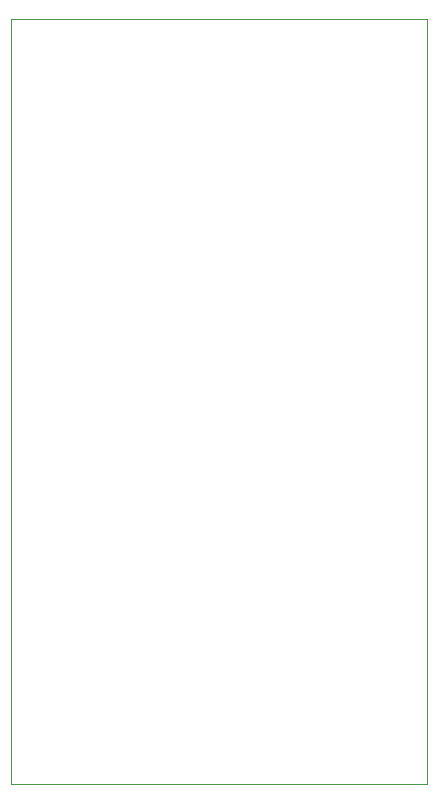
<source format=gm1>
G04 #@! TF.GenerationSoftware,KiCad,Pcbnew,(5.1.5)-3*
G04 #@! TF.CreationDate,2020-05-10T00:15:01-05:00*
G04 #@! TF.ProjectId,PWManager,50574d61-6e61-4676-9572-2e6b69636164,rev?*
G04 #@! TF.SameCoordinates,Original*
G04 #@! TF.FileFunction,Profile,NP*
%FSLAX46Y46*%
G04 Gerber Fmt 4.6, Leading zero omitted, Abs format (unit mm)*
G04 Created by KiCad (PCBNEW (5.1.5)-3) date 2020-05-10 00:15:01*
%MOMM*%
%LPD*%
G04 APERTURE LIST*
%ADD10C,0.050000*%
G04 APERTURE END LIST*
D10*
X157750000Y-86750000D02*
X157750000Y-22000000D01*
X157750000Y-86750000D02*
X122500000Y-86750000D01*
X122500000Y-86750000D02*
X122500000Y-22000000D01*
X157750000Y-22000000D02*
X122500000Y-22000000D01*
M02*

</source>
